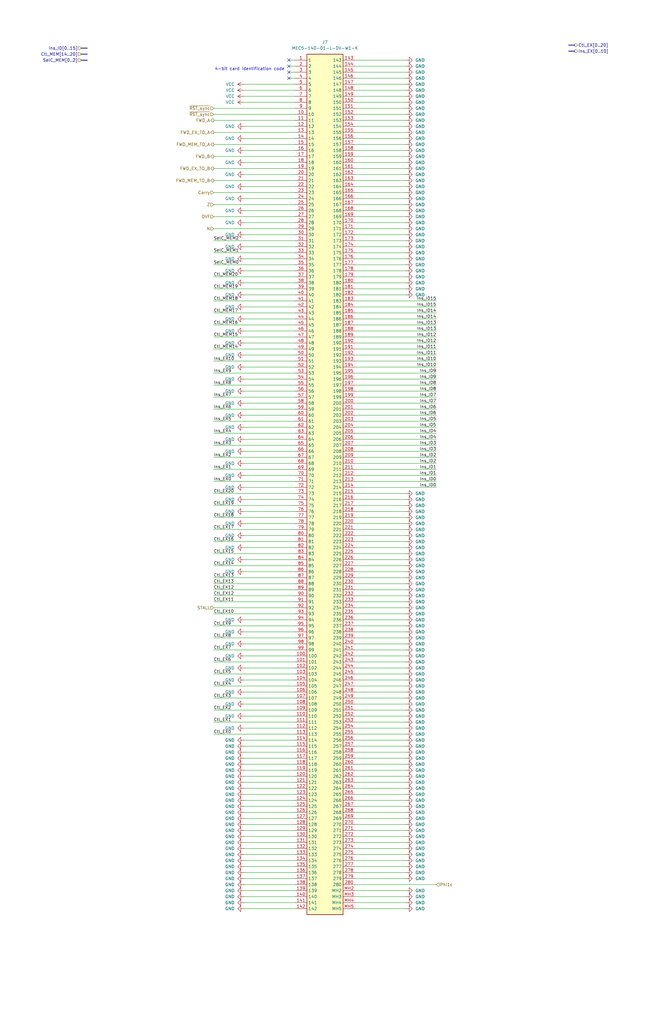
<source format=kicad_sch>
(kicad_sch (version 20250114) (generator "eeschema") (generator_version "9.0")
  (paper "USLedger" portrait)
  (title_block (date "2025-07-11") (rev "A"))
  (text "4-bit card identification code" (at 120.142 29.21 0) (effects (font (size 1.27 1.27)) (justify right)))
  (no_connect (at 121.92 30.48))
  (no_connect (at 121.92 27.94))
  (no_connect (at 121.92 33.02))
  (no_connect (at 121.92 25.4))
  (wire (pts (xy 102.87 170.18) (xy 124.46 170.18)))
  (wire (pts (xy 171.45 274.32) (xy 149.86 274.32)))
  (wire (pts (xy 171.45 119.38) (xy 149.86 119.38)))
  (wire (pts (xy 171.45 43.18) (xy 149.86 43.18)))
  (bus (pts (xy 34.29 20.32) (xy 36.83 20.32)))
  (wire (pts (xy 102.87 185.42) (xy 124.46 185.42)))
  (wire (pts (xy 102.87 347.98) (xy 124.46 347.98)))
  (wire (pts (xy 171.45 358.14) (xy 149.86 358.14)))
  (wire (pts (xy 171.45 347.98) (xy 149.86 347.98)))
  (wire (pts (xy 102.87 63.5) (xy 124.46 63.5)))
  (bus (pts (xy 34.29 22.86) (xy 36.83 22.86)))
  (wire (pts (xy 171.45 345.44) (xy 149.86 345.44)))
  (wire (pts (xy 102.87 370.84) (xy 124.46 370.84)))
  (wire (pts (xy 171.45 261.62) (xy 149.86 261.62)))
  (wire (pts (xy 171.45 25.4) (xy 149.86 25.4)))
  (wire (pts (xy 184.15 129.54) (xy 149.86 129.54)))
  (wire (pts (xy 102.87 378.46) (xy 124.46 378.46)))
  (wire (pts (xy 184.15 134.62) (xy 149.86 134.62)))
  (wire (pts (xy 102.87 337.82) (xy 124.46 337.82)))
  (wire (pts (xy 90.17 289.56) (xy 124.46 289.56)))
  (wire (pts (xy 90.17 177.8) (xy 124.46 177.8)))
  (wire (pts (xy 171.45 121.92) (xy 149.86 121.92)))
  (wire (pts (xy 184.15 190.5) (xy 149.86 190.5)))
  (wire (pts (xy 184.15 139.7) (xy 149.86 139.7)))
  (wire (pts (xy 171.45 355.6) (xy 149.86 355.6)))
  (wire (pts (xy 102.87 317.5) (xy 124.46 317.5)))
  (wire (pts (xy 102.87 342.9) (xy 124.46 342.9)))
  (wire (pts (xy 171.45 210.82) (xy 149.86 210.82)))
  (wire (pts (xy 171.45 312.42) (xy 149.86 312.42)))
  (wire (pts (xy 102.87 368.3) (xy 124.46 368.3)))
  (wire (pts (xy 90.17 162.56) (xy 124.46 162.56)))
  (wire (pts (xy 102.87 381) (xy 124.46 381)))
  (wire (pts (xy 90.17 106.68) (xy 124.46 106.68)))
  (wire (pts (xy 102.87 53.34) (xy 124.46 53.34)))
  (wire (pts (xy 184.15 200.66) (xy 149.86 200.66)))
  (wire (pts (xy 184.15 172.72) (xy 149.86 172.72)))
  (wire (pts (xy 102.87 134.62) (xy 124.46 134.62)))
  (wire (pts (xy 102.87 307.34) (xy 124.46 307.34)))
  (wire (pts (xy 171.45 48.26) (xy 149.86 48.26)))
  (wire (pts (xy 102.87 383.54) (xy 124.46 383.54)))
  (wire (pts (xy 90.17 55.88) (xy 124.46 55.88)))
  (wire (pts (xy 171.45 381) (xy 149.86 381)))
  (wire (pts (xy 184.15 195.58) (xy 149.86 195.58)))
  (wire (pts (xy 184.15 198.12) (xy 149.86 198.12)))
  (wire (pts (xy 90.17 254) (xy 124.46 254)))
  (wire (pts (xy 102.87 144.78) (xy 124.46 144.78)))
  (wire (pts (xy 171.45 307.34) (xy 149.86 307.34)))
  (wire (pts (xy 171.45 325.12) (xy 149.86 325.12)))
  (bus (pts (xy 34.29 25.4) (xy 36.83 25.4)))
  (wire (pts (xy 184.15 165.1) (xy 149.86 165.1)))
  (wire (pts (xy 90.17 60.96) (xy 124.46 60.96)))
  (wire (pts (xy 171.45 213.36) (xy 149.86 213.36)))
  (wire (pts (xy 171.45 350.52) (xy 149.86 350.52)))
  (wire (pts (xy 102.87 322.58) (xy 124.46 322.58)))
  (wire (pts (xy 102.87 302.26) (xy 124.46 302.26)))
  (wire (pts (xy 102.87 43.18) (xy 124.46 43.18)))
  (wire (pts (xy 184.15 177.8) (xy 149.86 177.8)))
  (wire (pts (xy 90.17 81.28) (xy 124.46 81.28)))
  (wire (pts (xy 171.45 76.2) (xy 149.86 76.2)))
  (wire (pts (xy 171.45 208.28) (xy 149.86 208.28)))
  (wire (pts (xy 90.17 66.04) (xy 124.46 66.04)))
  (wire (pts (xy 90.17 251.46) (xy 124.46 251.46)))
  (wire (pts (xy 90.17 182.88) (xy 124.46 182.88)))
  (wire (pts (xy 102.87 124.46) (xy 124.46 124.46)))
  (wire (pts (xy 102.87 281.94) (xy 124.46 281.94)))
  (wire (pts (xy 102.87 375.92) (xy 124.46 375.92)))
  (wire (pts (xy 171.45 370.84) (xy 149.86 370.84)))
  (wire (pts (xy 171.45 320.04) (xy 149.86 320.04)))
  (wire (pts (xy 171.45 256.54) (xy 149.86 256.54)))
  (wire (pts (xy 90.17 269.24) (xy 124.46 269.24)))
  (wire (pts (xy 171.45 215.9) (xy 149.86 215.9)))
  (wire (pts (xy 102.87 312.42) (xy 124.46 312.42)))
  (wire (pts (xy 171.45 83.82) (xy 149.86 83.82)))
  (wire (pts (xy 184.15 182.88) (xy 149.86 182.88)))
  (wire (pts (xy 102.87 195.58) (xy 124.46 195.58)))
  (wire (pts (xy 121.92 30.48) (xy 124.46 30.48)))
  (wire (pts (xy 102.87 175.26) (xy 124.46 175.26)))
  (wire (pts (xy 102.87 327.66) (xy 124.46 327.66)))
  (wire (pts (xy 90.17 172.72) (xy 124.46 172.72)))
  (wire (pts (xy 171.45 243.84) (xy 149.86 243.84)))
  (wire (pts (xy 184.15 167.64) (xy 149.86 167.64)))
  (wire (pts (xy 171.45 35.56) (xy 149.86 35.56)))
  (wire (pts (xy 102.87 129.54) (xy 124.46 129.54)))
  (wire (pts (xy 102.87 68.58) (xy 124.46 68.58)))
  (wire (pts (xy 102.87 149.86) (xy 124.46 149.86)))
  (wire (pts (xy 102.87 99.06) (xy 124.46 99.06)))
  (wire (pts (xy 102.87 365.76) (xy 124.46 365.76)))
  (wire (pts (xy 121.92 25.4) (xy 124.46 25.4)))
  (wire (pts (xy 171.45 88.9) (xy 149.86 88.9)))
  (wire (pts (xy 184.15 147.32) (xy 149.86 147.32)))
  (wire (pts (xy 171.45 45.72) (xy 149.86 45.72)))
  (wire (pts (xy 171.45 317.5) (xy 149.86 317.5)))
  (wire (pts (xy 184.15 187.96) (xy 149.86 187.96)))
  (wire (pts (xy 90.17 96.52) (xy 124.46 96.52)))
  (wire (pts (xy 171.45 228.6) (xy 149.86 228.6)))
  (wire (pts (xy 171.45 251.46) (xy 149.86 251.46)))
  (wire (pts (xy 171.45 287.02) (xy 149.86 287.02)))
  (wire (pts (xy 171.45 335.28) (xy 149.86 335.28)))
  (wire (pts (xy 102.87 165.1) (xy 124.46 165.1)))
  (wire (pts (xy 184.15 144.78) (xy 149.86 144.78)))
  (wire (pts (xy 171.45 375.92) (xy 149.86 375.92)))
  (wire (pts (xy 184.15 157.48) (xy 149.86 157.48)))
  (wire (pts (xy 90.17 243.84) (xy 124.46 243.84)))
  (wire (pts (xy 102.87 200.66) (xy 124.46 200.66)))
  (wire (pts (xy 184.15 185.42) (xy 149.86 185.42)))
  (wire (pts (xy 102.87 360.68) (xy 124.46 360.68)))
  (wire (pts (xy 102.87 350.52) (xy 124.46 350.52)))
  (wire (pts (xy 171.45 58.42) (xy 149.86 58.42)))
  (wire (pts (xy 171.45 38.1) (xy 149.86 38.1)))
  (wire (pts (xy 90.17 86.36) (xy 124.46 86.36)))
  (wire (pts (xy 102.87 363.22) (xy 124.46 363.22)))
  (wire (pts (xy 102.87 38.1) (xy 124.46 38.1)))
  (wire (pts (xy 121.92 27.94) (xy 124.46 27.94)))
  (wire (pts (xy 102.87 340.36) (xy 124.46 340.36)))
  (wire (pts (xy 171.45 99.06) (xy 149.86 99.06)))
  (bus (pts (xy 242.57 21.59) (xy 240.03 21.59)))
  (wire (pts (xy 102.87 109.22) (xy 124.46 109.22)))
  (wire (pts (xy 90.17 91.44) (xy 124.46 91.44)))
  (wire (pts (xy 171.45 241.3) (xy 149.86 241.3)))
  (wire (pts (xy 102.87 139.7) (xy 124.46 139.7)))
  (wire (pts (xy 90.17 137.16) (xy 124.46 137.16)))
  (wire (pts (xy 102.87 226.06) (xy 124.46 226.06)))
  (wire (pts (xy 171.45 106.68) (xy 149.86 106.68)))
  (wire (pts (xy 90.17 187.96) (xy 124.46 187.96)))
  (wire (pts (xy 102.87 88.9) (xy 124.46 88.9)))
  (wire (pts (xy 184.15 170.18) (xy 149.86 170.18)))
  (wire (pts (xy 90.17 233.68) (xy 124.46 233.68)))
  (wire (pts (xy 102.87 335.28) (xy 124.46 335.28)))
  (wire (pts (xy 184.15 127) (xy 149.86 127)))
  (wire (pts (xy 90.17 167.64) (xy 124.46 167.64)))
  (wire (pts (xy 90.17 152.4) (xy 124.46 152.4)))
  (wire (pts (xy 171.45 233.68) (xy 149.86 233.68)))
  (wire (pts (xy 171.45 66.04) (xy 149.86 66.04)))
  (wire (pts (xy 102.87 78.74) (xy 124.46 78.74)))
  (wire (pts (xy 171.45 81.28) (xy 149.86 81.28)))
  (wire (pts (xy 171.45 353.06) (xy 149.86 353.06)))
  (wire (pts (xy 171.45 60.96) (xy 149.86 60.96)))
  (wire (pts (xy 102.87 58.42) (xy 124.46 58.42)))
  (wire (pts (xy 171.45 302.26) (xy 149.86 302.26)))
  (wire (pts (xy 171.45 109.22) (xy 149.86 109.22)))
  (wire (pts (xy 171.45 40.64) (xy 149.86 40.64)))
  (wire (pts (xy 171.45 124.46) (xy 149.86 124.46)))
  (wire (pts (xy 90.17 121.92) (xy 124.46 121.92)))
  (wire (pts (xy 171.45 279.4) (xy 149.86 279.4)))
  (wire (pts (xy 171.45 218.44) (xy 149.86 218.44)))
  (wire (pts (xy 102.87 261.62) (xy 124.46 261.62)))
  (wire (pts (xy 171.45 50.8) (xy 149.86 50.8)))
  (wire (pts (xy 171.45 63.5) (xy 149.86 63.5)))
  (wire (pts (xy 171.45 55.88) (xy 149.86 55.88)))
  (wire (pts (xy 171.45 337.82) (xy 149.86 337.82)))
  (wire (pts (xy 102.87 355.6) (xy 124.46 355.6)))
  (wire (pts (xy 171.45 292.1) (xy 149.86 292.1)))
  (wire (pts (xy 90.17 157.48) (xy 124.46 157.48)))
  (wire (pts (xy 90.17 218.44) (xy 124.46 218.44)))
  (wire (pts (xy 171.45 332.74) (xy 149.86 332.74)))
  (wire (pts (xy 171.45 378.46) (xy 149.86 378.46)))
  (wire (pts (xy 90.17 132.08) (xy 124.46 132.08)))
  (wire (pts (xy 90.17 76.2) (xy 124.46 76.2)))
  (wire (pts (xy 90.17 259.08) (xy 124.46 259.08)))
  (wire (pts (xy 90.17 127) (xy 124.46 127)))
  (wire (pts (xy 90.17 71.12) (xy 124.46 71.12)))
  (wire (pts (xy 171.45 342.9) (xy 149.86 342.9)))
  (wire (pts (xy 171.45 330.2) (xy 149.86 330.2)))
  (wire (pts (xy 171.45 294.64) (xy 149.86 294.64)))
  (wire (pts (xy 90.17 299.72) (xy 124.46 299.72)))
  (wire (pts (xy 90.17 142.24) (xy 124.46 142.24)))
  (wire (pts (xy 171.45 266.7) (xy 149.86 266.7)))
  (wire (pts (xy 102.87 358.14) (xy 124.46 358.14)))
  (wire (pts (xy 90.17 256.54) (xy 124.46 256.54)))
  (wire (pts (xy 171.45 86.36) (xy 149.86 86.36)))
  (wire (pts (xy 171.45 248.92) (xy 149.86 248.92)))
  (wire (pts (xy 90.17 116.84) (xy 124.46 116.84)))
  (wire (pts (xy 102.87 35.56) (xy 124.46 35.56)))
  (wire (pts (xy 171.45 53.34) (xy 149.86 53.34)))
  (wire (pts (xy 171.45 71.12) (xy 149.86 71.12)))
  (wire (pts (xy 184.15 203.2) (xy 149.86 203.2)))
  (wire (pts (xy 171.45 104.14) (xy 149.86 104.14)))
  (wire (pts (xy 102.87 93.98) (xy 124.46 93.98)))
  (wire (pts (xy 90.17 193.04) (xy 124.46 193.04)))
  (wire (pts (xy 184.15 137.16) (xy 149.86 137.16)))
  (wire (pts (xy 90.17 208.28) (xy 124.46 208.28)))
  (wire (pts (xy 102.87 205.74) (xy 124.46 205.74)))
  (wire (pts (xy 90.17 238.76) (xy 124.46 238.76)))
  (wire (pts (xy 171.45 360.68) (xy 149.86 360.68)))
  (wire (pts (xy 90.17 294.64) (xy 124.46 294.64)))
  (wire (pts (xy 90.17 101.6) (xy 124.46 101.6)))
  (wire (pts (xy 90.17 274.32) (xy 124.46 274.32)))
  (wire (pts (xy 102.87 276.86) (xy 124.46 276.86)))
  (wire (pts (xy 102.87 83.82) (xy 124.46 83.82)))
  (wire (pts (xy 171.45 289.56) (xy 149.86 289.56)))
  (wire (pts (xy 171.45 314.96) (xy 149.86 314.96)))
  (wire (pts (xy 102.87 266.7) (xy 124.46 266.7)))
  (wire (pts (xy 102.87 73.66) (xy 124.46 73.66)))
  (wire (pts (xy 171.45 259.08) (xy 149.86 259.08)))
  (wire (pts (xy 184.15 175.26) (xy 149.86 175.26)))
  (wire (pts (xy 102.87 287.02) (xy 124.46 287.02)))
  (wire (pts (xy 184.15 160.02) (xy 149.86 160.02)))
  (wire (pts (xy 90.17 45.72) (xy 124.46 45.72)))
  (wire (pts (xy 171.45 236.22) (xy 149.86 236.22)))
  (wire (pts (xy 171.45 322.58) (xy 149.86 322.58)))
  (wire (pts (xy 171.45 284.48) (xy 149.86 284.48)))
  (wire (pts (xy 102.87 154.94) (xy 124.46 154.94)))
  (wire (pts (xy 171.45 78.74) (xy 149.86 78.74)))
  (wire (pts (xy 171.45 340.36) (xy 149.86 340.36)))
  (wire (pts (xy 102.87 325.12) (xy 124.46 325.12)))
  (wire (pts (xy 171.45 276.86) (xy 149.86 276.86)))
  (wire (pts (xy 102.87 210.82) (xy 124.46 210.82)))
  (wire (pts (xy 102.87 314.96) (xy 124.46 314.96)))
  (wire (pts (xy 102.87 241.3) (xy 124.46 241.3)))
  (wire (pts (xy 102.87 190.5) (xy 124.46 190.5)))
  (wire (pts (xy 171.45 68.58) (xy 149.86 68.58)))
  (wire (pts (xy 171.45 383.54) (xy 149.86 383.54)))
  (wire (pts (xy 102.87 236.22) (xy 124.46 236.22)))
  (wire (pts (xy 171.45 33.02) (xy 149.86 33.02)))
  (wire (pts (xy 102.87 180.34) (xy 124.46 180.34)))
  (wire (pts (xy 90.17 48.26) (xy 124.46 48.26)))
  (wire (pts (xy 171.45 91.44) (xy 149.86 91.44)))
  (wire (pts (xy 184.15 149.86) (xy 149.86 149.86)))
  (wire (pts (xy 90.17 111.76) (xy 124.46 111.76)))
  (wire (pts (xy 184.15 373.38) (xy 149.86 373.38)))
  (wire (pts (xy 102.87 104.14) (xy 124.46 104.14)))
  (wire (pts (xy 102.87 271.78) (xy 124.46 271.78)))
  (wire (pts (xy 90.17 279.4) (xy 124.46 279.4)))
  (wire (pts (xy 171.45 327.66) (xy 149.86 327.66)))
  (wire (pts (xy 184.15 205.74) (xy 149.86 205.74)))
  (wire (pts (xy 90.17 228.6) (xy 124.46 228.6)))
  (wire (pts (xy 184.15 132.08) (xy 149.86 132.08)))
  (wire (pts (xy 90.17 203.2) (xy 124.46 203.2)))
  (wire (pts (xy 171.45 254) (xy 149.86 254)))
  (wire (pts (xy 184.15 162.56) (xy 149.86 162.56)))
  (wire (pts (xy 171.45 73.66) (xy 149.86 73.66)))
  (wire (pts (xy 171.45 220.98) (xy 149.86 220.98)))
  (wire (pts (xy 171.45 271.78) (xy 149.86 271.78)))
  (wire (pts (xy 102.87 320.04) (xy 124.46 320.04)))
  (wire (pts (xy 171.45 101.6) (xy 149.86 101.6)))
  (wire (pts (xy 171.45 281.94) (xy 149.86 281.94)))
  (wire (pts (xy 171.45 238.76) (xy 149.86 238.76)))
  (wire (pts (xy 90.17 213.36) (xy 124.46 213.36)))
  (wire (pts (xy 184.15 142.24) (xy 149.86 142.24)))
  (wire (pts (xy 184.15 193.04) (xy 149.86 193.04)))
  (wire (pts (xy 90.17 309.88) (xy 124.46 309.88)))
  (wire (pts (xy 102.87 330.2) (xy 124.46 330.2)))
  (wire (pts (xy 171.45 368.3) (xy 149.86 368.3)))
  (wire (pts (xy 184.15 180.34) (xy 149.86 180.34)))
  (wire (pts (xy 102.87 40.64) (xy 124.46 40.64)))
  (wire (pts (xy 90.17 248.92) (xy 124.46 248.92)))
  (wire (pts (xy 90.17 304.8) (xy 124.46 304.8)))
  (wire (pts (xy 171.45 30.48) (xy 149.86 30.48)))
  (wire (pts (xy 102.87 345.44) (xy 124.46 345.44)))
  (wire (pts (xy 171.45 223.52) (xy 149.86 223.52)))
  (wire (pts (xy 171.45 114.3) (xy 149.86 114.3)))
  (wire (pts (xy 102.87 373.38) (xy 124.46 373.38)))
  (wire (pts (xy 102.87 114.3) (xy 124.46 114.3)))
  (wire (pts (xy 102.87 220.98) (xy 124.46 220.98)))
  (wire (pts (xy 90.17 246.38) (xy 124.46 246.38)))
  (wire (pts (xy 102.87 332.74) (xy 124.46 332.74)))
  (wire (pts (xy 171.45 309.88) (xy 149.86 309.88)))
  (wire (pts (xy 171.45 264.16) (xy 149.86 264.16)))
  (wire (pts (xy 90.17 264.16) (xy 124.46 264.16)))
  (wire (pts (xy 102.87 215.9) (xy 124.46 215.9)))
  (wire (pts (xy 184.15 152.4) (xy 149.86 152.4)))
  (wire (pts (xy 90.17 284.48) (xy 124.46 284.48)))
  (wire (pts (xy 171.45 365.76) (xy 149.86 365.76)))
  (wire (pts (xy 171.45 93.98) (xy 149.86 93.98)))
  (wire (pts (xy 102.87 231.14) (xy 124.46 231.14)))
  (wire (pts (xy 171.45 297.18) (xy 149.86 297.18)))
  (wire (pts (xy 171.45 304.8) (xy 149.86 304.8)))
  (wire (pts (xy 102.87 297.18) (xy 124.46 297.18)))
  (wire (pts (xy 102.87 292.1) (xy 124.46 292.1)))
  (wire (pts (xy 102.87 160.02) (xy 124.46 160.02)))
  (wire (pts (xy 171.45 96.52) (xy 149.86 96.52)))
  (wire (pts (xy 171.45 299.72) (xy 149.86 299.72)))
  (wire (pts (xy 171.45 246.38) (xy 149.86 246.38)))
  (wire (pts (xy 171.45 27.94) (xy 149.86 27.94)))
  (wire (pts (xy 90.17 198.12) (xy 124.46 198.12)))
  (wire (pts (xy 171.45 116.84) (xy 149.86 116.84)))
  (wire (pts (xy 90.17 50.8) (xy 124.46 50.8)))
  (wire (pts (xy 184.15 154.94) (xy 149.86 154.94)))
  (wire (pts (xy 171.45 231.14) (xy 149.86 231.14)))
  (wire (pts (xy 171.45 226.06) (xy 149.86 226.06)))
  (wire (pts (xy 171.45 111.76) (xy 149.86 111.76)))
  (wire (pts (xy 121.92 33.02) (xy 124.46 33.02)))
  (wire (pts (xy 102.87 119.38) (xy 124.46 119.38)))
  (bus (pts (xy 242.57 19.05) (xy 240.03 19.05)))
  (wire (pts (xy 90.17 223.52) (xy 124.46 223.52)))
  (wire (pts (xy 171.45 269.24) (xy 149.86 269.24)))
  (wire (pts (xy 171.45 363.22) (xy 149.86 363.22)))
  (wire (pts (xy 90.17 147.32) (xy 124.46 147.32)))
  (wire (pts (xy 102.87 353.06) (xy 124.46 353.06)))
  (label "Ins_EX6" (at 90.17 172.72 0))
  (label "Ins_ID1" (at 184.15 200.66 180))
  (label "Ins_ID6" (at 184.15 175.26 180))
  (label "Ctl_EX6" (at 90.17 279.4 0))
  (label "Ins_EX0" (at 90.17 203.2 0))
  (label "Ins_ID10" (at 184.15 152.4 180))
  (label "SelC_MEM1" (at 90.17 106.68 0))
  (label "Ins_ID2" (at 184.15 195.58 180))
  (label "Ctl_EX11" (at 90.17 254 0))
  (label "Ins_EX1" (at 90.17 198.12 0))
  (label "Ctl_EX12" (at 90.17 248.92 0))
  (label "Ins_ID14" (at 184.15 134.62 180))
  (label "Ins_EX8" (at 90.17 162.56 0))
  (label "Ctl_EX2" (at 90.17 299.72 0))
  (label "Ctl_EX5" (at 90.17 284.48 0))
  (label "Ins_ID0" (at 184.15 205.74 180))
  (label "Ins_ID0" (at 184.15 203.2 180))
  (label "Ctl_MEM18" (at 90.17 127 0))
  (label "SelC_MEM0" (at 90.17 111.76 0))
  (label "Ctl_EX18" (at 90.17 218.44 0))
  (label "Ctl_MEM17" (at 90.17 132.08 0))
  (label "SelC_MEM2" (at 90.17 101.6 0))
  (label "Ins_EX5" (at 90.17 177.8 0))
  (label "Ins_ID9" (at 184.15 160.02 180))
  (label "Ctl_MEM14" (at 90.17 147.32 0))
  (label "Ctl_EX17" (at 90.17 223.52 0))
  (label "Ins_ID3" (at 184.15 187.96 180))
  (label "Ins_ID15" (at 184.15 127 180))
  (label "Ctl_EX8" (at 90.17 269.24 0))
  (label "Ctl_EX9" (at 90.17 264.16 0))
  (label "Ins_ID11" (at 184.15 149.86 180))
  (label "Ins_EX2" (at 90.17 193.04 0))
  (label "Ctl_EX1" (at 90.17 304.8 0))
  (label "Ins_ID12" (at 184.15 142.24 180))
  (label "Ctl_MEM16" (at 90.17 137.16 0))
  (label "Ctl_EX7" (at 90.17 274.32 0))
  (label "Ctl_EX20" (at 90.17 208.28 0))
  (label "Ctl_EX12" (at 90.17 251.46 0))
  (label "Ins_ID2" (at 184.15 193.04 180))
  (label "Ctl_EX14" (at 90.17 238.76 0))
  (label "Ins_ID13" (at 184.15 137.16 180))
  (label "Ctl_MEM19" (at 90.17 121.92 0))
  (label "Ins_ID4" (at 184.15 185.42 180))
  (label "Ctl_EX15" (at 90.17 233.68 0))
  (label "Ctl_EX3" (at 90.17 294.64 0))
  (label "Ins_ID8" (at 184.15 165.1 180))
  (label "Ins_EX9" (at 90.17 157.48 0))
  (label "Ctl_EX13" (at 90.17 243.84 0))
  (label "Ins_ID7" (at 184.15 167.64 180))
  (label "Ins_ID5" (at 184.15 180.34 180))
  (label "Ins_ID9" (at 184.15 157.48 180))
  (label "Ins_ID14" (at 184.15 132.08 180))
  (label "Ctl_EX13" (at 90.17 246.38 0))
  (label "Ctl_EX10" (at 90.17 259.08 0))
  (label "Ins_ID10" (at 184.15 154.94 180))
  (label "Ins_EX4" (at 90.17 182.88 0))
  (label "Ctl_EX16" (at 90.17 228.6 0))
  (label "Ins_ID15" (at 184.15 129.54 180))
  (label "Ins_EX3" (at 90.17 187.96 0))
  (label "Ctl_MEM15" (at 90.17 142.24 0))
  (label "Ins_EX10" (at 90.17 152.4 0))
  (label "Ins_ID13" (at 184.15 139.7 180))
  (label "Ins_ID3" (at 184.15 190.5 180))
  (label "Ctl_EX0" (at 90.17 309.88 0))
  (label "Ctl_EX4" (at 90.17 289.56 0))
  (label "Ins_ID5" (at 184.15 177.8 180))
  (label "Ctl_MEM20" (at 90.17 116.84 0))
  (label "Ins_ID8" (at 184.15 162.56 180))
  (label "Ins_ID6" (at 184.15 172.72 180))
  (label "Ins_ID4" (at 184.15 182.88 180))
  (label "Ctl_EX19" (at 90.17 213.36 0))
  (label "Ins_ID12" (at 184.15 144.78 180))
  (label "Ins_ID7" (at 184.15 170.18 180))
  (label "Ins_EX7" (at 90.17 167.64 0))
  (label "Ins_ID11" (at 184.15 147.32 180))
  (label "Ins_ID1" (at 184.15 198.12 180))
  (hierarchical_label "Ctl_EX[0..20]" (shape output) (at 242.57 19.05 0))
  (hierarchical_label "N" (shape input) (at 90.17 96.52 180))
  (hierarchical_label "Ins_ID[0..15]" (shape input) (at 34.29 20.32 180))
  (hierarchical_label "FWD_A" (shape output) (at 90.17 50.8 180))
  (hierarchical_label "OVF" (shape input) (at 90.17 91.44 180))
  (hierarchical_label "Ins_EX[0..10]" (shape output) (at 242.57 21.59 0))
  (hierarchical_label "FWD_EX_TO_B" (shape output) (at 90.17 71.12 180))
  (hierarchical_label "SelC_MEM[0..2]" (shape input) (at 34.29 25.4 180))
  (hierarchical_label "FWD_MEM_TO_B" (shape output) (at 90.17 76.2 180))
  (hierarchical_label "~{RST_sync}" (shape input) (at 90.17 48.26 180))
  (hierarchical_label "Z" (shape input) (at 90.17 86.36 180))
  (hierarchical_label "Carry" (shape input) (at 90.17 81.28 180))
  (hierarchical_label "FWD_EX_TO_A" (shape output) (at 90.17 55.88 180))
  (hierarchical_label "STALL" (shape input) (at 90.17 256.54 180))
  (hierarchical_label "Ctl_MEM[14..20]" (shape input) (at 34.29 22.86 180))
  (hierarchical_label "FWD_MEM_TO_A" (shape output) (at 90.17 60.96 180))
  (hierarchical_label "FWD_B" (shape output) (at 90.17 66.04 180))
  (hierarchical_label "Phi1c" (shape input) (at 184.15 373.38 0))
  (hierarchical_label "~{RST_sync}" (shape input) (at 90.17 45.72 180))
  (symbol (lib_id "power:GND") (at 171.45 86.36 90) (mirror x) (unit 1)
    (property "Reference" "#PWR0848" (effects (hide yes)))
    (property "Value" "GND" (at 175.26 86.3599 90) (effects (justify right)))
    (property "Description" "Power symbol creates a global label with name \"GND\" , ground" (effects (hide yes)))
  )
  (symbol (lib_id "power:GND") (at 171.45 99.06 90) (mirror x) (unit 1)
    (property "Reference" "#PWR0853" (effects (hide yes)))
    (property "Value" "GND" (at 175.26 99.0599 90) (effects (justify right)))
    (property "Description" "Power symbol creates a global label with name \"GND\" , ground" (effects (hide yes)))
  )
  (symbol (lib_id "power:GND") (at 171.45 27.94 90) (mirror x) (unit 1)
    (property "Reference" "#PWR0832" (effects (hide yes)))
    (property "Value" "GND" (at 175.26 27.9399 90) (effects (justify right)))
    (property "Description" "Power symbol creates a global label with name \"GND\" , ground" (effects (hide yes)))
  )
  (symbol (lib_id "power:GND") (at 102.87 195.58 270) (unit 1)
    (property "Reference" "#PWR0771" (effects (hide yes)))
    (property "Value" "GND" (at 99.06 195.5799 90) (effects (justify right)))
    (property "Description" "Power symbol creates a global label with name \"GND\" , ground" (effects (hide yes)))
  )
  (symbol (lib_id "power:GND") (at 171.45 246.38 90) (mirror x) (unit 1)
    (property "Reference" "#PWR0879" (effects (hide yes)))
    (property "Value" "GND" (at 175.26 246.3799 90) (effects (justify right)))
    (property "Description" "Power symbol creates a global label with name \"GND\" , ground" (effects (hide yes)))
  )
  (symbol (lib_id "power:GND") (at 171.45 96.52 90) (mirror x) (unit 1)
    (property "Reference" "#PWR0852" (effects (hide yes)))
    (property "Value" "GND" (at 175.26 96.5199 90) (effects (justify right)))
    (property "Description" "Power symbol creates a global label with name \"GND\" , ground" (effects (hide yes)))
  )
  (symbol (lib_id "power:GND") (at 171.45 256.54 90) (mirror x) (unit 1)
    (property "Reference" "#PWR0883" (effects (hide yes)))
    (property "Value" "GND" (at 175.26 256.5399 90) (effects (justify right)))
    (property "Description" "Power symbol creates a global label with name \"GND\" , ground" (effects (hide yes)))
  )
  (symbol (lib_id "power:GND") (at 102.87 129.54 270) (unit 1)
    (property "Reference" "#PWR0758" (effects (hide yes)))
    (property "Value" "GND" (at 99.06 129.5399 90) (effects (justify right)))
    (property "Description" "Power symbol creates a global label with name \"GND\" , ground" (effects (hide yes)))
  )
  (symbol (lib_id "power:GND") (at 102.87 175.26 270) (unit 1)
    (property "Reference" "#PWR0767" (effects (hide yes)))
    (property "Value" "GND" (at 99.06 175.2599 90) (effects (justify right)))
    (property "Description" "Power symbol creates a global label with name \"GND\" , ground" (effects (hide yes)))
  )
  (symbol (lib_id "power:GND") (at 171.45 78.74 90) (mirror x) (unit 1)
    (property "Reference" "#PWR0845" (effects (hide yes)))
    (property "Value" "GND" (at 175.26 78.7399 90) (effects (justify right)))
    (property "Description" "Power symbol creates a global label with name \"GND\" , ground" (effects (hide yes)))
  )
  (symbol (lib_id "power:GND") (at 171.45 104.14 90) (mirror x) (unit 1)
    (property "Reference" "#PWR0855" (effects (hide yes)))
    (property "Value" "GND" (at 175.26 104.1399 90) (effects (justify right)))
    (property "Description" "Power symbol creates a global label with name \"GND\" , ground" (effects (hide yes)))
  )
  (symbol (lib_id "power:GND") (at 171.45 111.76 90) (mirror x) (unit 1)
    (property "Reference" "#PWR0866" (effects (hide yes)))
    (property "Value" "GND" (at 175.26 111.7599 90) (effects (justify right)))
    (property "Description" "Power symbol creates a global label with name \"GND\" , ground" (effects (hide yes)))
  )
  (symbol (lib_id "power:GND") (at 171.45 124.46 90) (mirror x) (unit 1)
    (property "Reference" "#PWR0871" (effects (hide yes)))
    (property "Value" "GND" (at 175.26 124.4599 90) (effects (justify right)))
    (property "Description" "Power symbol creates a global label with name \"GND\" , ground" (effects (hide yes)))
  )
  (symbol (lib_id "power:GND") (at 171.45 378.46 90) (mirror x) (unit 1)
    (property "Reference" "#PWR01105" (effects (hide yes)))
    (property "Value" "GND" (at 175.26 378.4599 90) (effects (justify right)))
    (property "Description" "Power symbol creates a global label with name \"GND\" , ground" (effects (hide yes)))
  )
  (symbol (lib_id "power:GND") (at 102.87 287.02 270) (unit 1)
    (property "Reference" "#PWR0780" (effects (hide yes)))
    (property "Value" "GND" (at 99.06 287.0199 90) (effects (justify right)))
    (property "Description" "Power symbol creates a global label with name \"GND\" , ground" (effects (hide yes)))
  )
  (symbol (lib_id "power:GND") (at 102.87 360.68 270) (unit 1)
    (property "Reference" "#PWR0820" (effects (hide yes)))
    (property "Value" "GND" (at 99.06 360.6799 90) (effects (justify right)))
    (property "Description" "Power symbol creates a global label with name \"GND\" , ground" (effects (hide yes)))
  )
  (symbol (lib_id "power:GND") (at 171.45 355.6 90) (mirror x) (unit 1)
    (property "Reference" "#PWR0929" (effects (hide yes)))
    (property "Value" "GND" (at 175.26 355.5999 90) (effects (justify right)))
    (property "Description" "Power symbol creates a global label with name \"GND\" , ground" (effects (hide yes)))
  )
  (symbol (lib_id "power:GND") (at 171.45 309.88 90) (mirror x) (unit 1)
    (property "Reference" "#PWR0904" (effects (hide yes)))
    (property "Value" "GND" (at 175.26 309.8799 90) (effects (justify right)))
    (property "Description" "Power symbol creates a global label with name \"GND\" , ground" (effects (hide yes)))
  )
  (symbol (lib_id "power:GND") (at 102.87 200.66 270) (unit 1)
    (property "Reference" "#PWR0772" (effects (hide yes)))
    (property "Value" "GND" (at 99.06 200.6599 90) (effects (justify right)))
    (property "Description" "Power symbol creates a global label with name \"GND\" , ground" (effects (hide yes)))
  )
  (symbol (lib_id "power:GND") (at 171.45 287.02 90) (mirror x) (unit 1)
    (property "Reference" "#PWR0895" (effects (hide yes)))
    (property "Value" "GND" (at 175.26 287.0199 90) (effects (justify right)))
    (property "Description" "Power symbol creates a global label with name \"GND\" , ground" (effects (hide yes)))
  )
  (symbol (lib_id "power:GND") (at 171.45 106.68 90) (mirror x) (unit 1)
    (property "Reference" "#PWR0864" (effects (hide yes)))
    (property "Value" "GND" (at 175.26 106.6799 90) (effects (justify right)))
    (property "Description" "Power symbol creates a global label with name \"GND\" , ground" (effects (hide yes)))
  )
  (symbol (lib_id "power:GND") (at 102.87 292.1 270) (unit 1)
    (property "Reference" "#PWR0781" (effects (hide yes)))
    (property "Value" "GND" (at 99.06 292.0999 90) (effects (justify right)))
    (property "Description" "Power symbol creates a global label with name \"GND\" , ground" (effects (hide yes)))
  )
  (symbol (lib_id "power:GND") (at 102.87 160.02 270) (unit 1)
    (property "Reference" "#PWR0764" (effects (hide yes)))
    (property "Value" "GND" (at 99.06 160.0199 90) (effects (justify right)))
    (property "Description" "Power symbol creates a global label with name \"GND\" , ground" (effects (hide yes)))
  )
  (symbol (lib_id "power:GND") (at 171.45 350.52 90) (mirror x) (unit 1)
    (property "Reference" "#PWR0927" (effects (hide yes)))
    (property "Value" "GND" (at 175.26 350.5199 90) (effects (justify right)))
    (property "Description" "Power symbol creates a global label with name \"GND\" , ground" (effects (hide yes)))
  )
  (symbol (lib_id "power:GND") (at 102.87 241.3 270) (unit 1)
    (property "Reference" "#PWR0788" (effects (hide yes)))
    (property "Value" "GND" (at 99.06 241.2999 90) (effects (justify right)))
    (property "Description" "Power symbol creates a global label with name \"GND\" , ground" (effects (hide yes)))
  )
  (symbol (lib_id "power:GND") (at 171.45 45.72 90) (mirror x) (unit 1)
    (property "Reference" "#PWR0828" (effects (hide yes)))
    (property "Value" "GND" (at 175.26 45.7199 90) (effects (justify right)))
    (property "Description" "Power symbol creates a global label with name \"GND\" , ground" (effects (hide yes)))
  )
  (symbol (lib_id "power:GND") (at 171.45 281.94 90) (mirror x) (unit 1)
    (property "Reference" "#PWR0893" (effects (hide yes)))
    (property "Value" "GND" (at 175.26 281.9399 90) (effects (justify right)))
    (property "Description" "Power symbol creates a global label with name \"GND\" , ground" (effects (hide yes)))
  )
  (symbol (lib_id "power:GND") (at 171.45 261.62 90) (mirror x) (unit 1)
    (property "Reference" "#PWR0885" (effects (hide yes)))
    (property "Value" "GND" (at 175.26 261.6199 90) (effects (justify right)))
    (property "Description" "Power symbol creates a global label with name \"GND\" , ground" (effects (hide yes)))
  )
  (symbol (lib_id "power:GND") (at 102.87 378.46 270) (unit 1)
    (property "Reference" "#PWR0816" (effects (hide yes)))
    (property "Value" "GND" (at 99.06 378.4599 90) (effects (justify right)))
    (property "Description" "Power symbol creates a global label with name \"GND\" , ground" (effects (hide yes)))
  )
  (symbol (lib_id "power:GND") (at 171.45 297.18 90) (mirror x) (unit 1)
    (property "Reference" "#PWR0899" (effects (hide yes)))
    (property "Value" "GND" (at 175.26 297.1799 90) (effects (justify right)))
    (property "Description" "Power symbol creates a global label with name \"GND\" , ground" (effects (hide yes)))
  )
  (symbol (lib_id "power:GND") (at 102.87 124.46 270) (unit 1)
    (property "Reference" "#PWR0757" (effects (hide yes)))
    (property "Value" "GND" (at 99.06 124.4599 90) (effects (justify right)))
    (property "Description" "Power symbol creates a global label with name \"GND\" , ground" (effects (hide yes)))
  )
  (symbol (lib_id "power:GND") (at 171.45 210.82 90) (mirror x) (unit 1)
    (property "Reference" "#PWR0857" (effects (hide yes)))
    (property "Value" "GND" (at 175.26 210.8199 90) (effects (justify right)))
    (property "Description" "Power symbol creates a global label with name \"GND\" , ground" (effects (hide yes)))
  )
  (symbol (lib_id "power:GND") (at 171.45 289.56 90) (mirror x) (unit 1)
    (property "Reference" "#PWR0896" (effects (hide yes)))
    (property "Value" "GND" (at 175.26 289.5599 90) (effects (justify right)))
    (property "Description" "Power symbol creates a global label with name \"GND\" , ground" (effects (hide yes)))
  )
  (symbol (lib_id "power:GND") (at 102.87 332.74 270) (unit 1)
    (property "Reference" "#PWR0795" (effects (hide yes)))
    (property "Value" "GND" (at 99.06 332.7399 90) (effects (justify right)))
    (property "Description" "Power symbol creates a global label with name \"GND\" , ground" (effects (hide yes)))
  )
  (symbol (lib_id "power:GND") (at 102.87 281.94 270) (unit 1)
    (property "Reference" "#PWR0779" (effects (hide yes)))
    (property "Value" "GND" (at 99.06 281.9399 90) (effects (justify right)))
    (property "Description" "Power symbol creates a global label with name \"GND\" , ground" (effects (hide yes)))
  )
  (symbol (lib_id "power:GND") (at 102.87 114.3 270) (unit 1)
    (property "Reference" "#PWR0755" (effects (hide yes)))
    (property "Value" "GND" (at 99.06 114.2999 90) (effects (justify right)))
    (property "Description" "Power symbol creates a global label with name \"GND\" , ground" (effects (hide yes)))
  )
  (symbol (lib_id "power:GND") (at 171.45 223.52 90) (mirror x) (unit 1)
    (property "Reference" "#PWR0862" (effects (hide yes)))
    (property "Value" "GND" (at 175.26 223.5199 90) (effects (justify right)))
    (property "Description" "Power symbol creates a global label with name \"GND\" , ground" (effects (hide yes)))
  )
  (symbol (lib_id "power:GND") (at 171.45 215.9 90) (mirror x) (unit 1)
    (property "Reference" "#PWR0859" (effects (hide yes)))
    (property "Value" "GND" (at 175.26 215.8999 90) (effects (justify right)))
    (property "Description" "Power symbol creates a global label with name \"GND\" , ground" (effects (hide yes)))
  )
  (symbol (lib_id "power:GND") (at 171.45 53.34 90) (mirror x) (unit 1)
    (property "Reference" "#PWR0837" (effects (hide yes)))
    (property "Value" "GND" (at 175.26 53.3399 90) (effects (justify right)))
    (property "Description" "Power symbol creates a global label with name \"GND\" , ground" (effects (hide yes)))
  )
  (symbol (lib_id "power:GND") (at 102.87 220.98 270) (unit 1)
    (property "Reference" "#PWR0784" (effects (hide yes)))
    (property "Value" "GND" (at 99.06 220.9799 90) (effects (justify right)))
    (property "Description" "Power symbol creates a global label with name \"GND\" , ground" (effects (hide yes)))
  )
  (symbol (lib_id "power:GND") (at 102.87 383.54 270) (unit 1)
    (property "Reference" "#PWR0817" (effects (hide yes)))
    (property "Value" "GND" (at 99.06 383.5399 90) (effects (justify right)))
    (property "Description" "Power symbol creates a global label with name \"GND\" , ground" (effects (hide yes)))
  )
  (symbol (lib_id "power:GND") (at 171.45 88.9 90) (mirror x) (unit 1)
    (property "Reference" "#PWR0849" (effects (hide yes)))
    (property "Value" "GND" (at 175.26 88.8999 90) (effects (justify right)))
    (property "Description" "Power symbol creates a global label with name \"GND\" , ground" (effects (hide yes)))
  )
  (symbol (lib_id "power:GND") (at 102.87 88.9 270) (unit 1)
    (property "Reference" "#PWR0750" (effects (hide yes)))
    (property "Value" "GND" (at 99.06 88.8999 90) (effects (justify right)))
    (property "Description" "Power symbol creates a global label with name \"GND\" , ground" (effects (hide yes)))
  )
  (symbol (lib_id "power:GND") (at 171.45 271.78 90) (mirror x) (unit 1)
    (property "Reference" "#PWR0889" (effects (hide yes)))
    (property "Value" "GND" (at 175.26 271.7799 90) (effects (justify right)))
    (property "Description" "Power symbol creates a global label with name \"GND\" , ground" (effects (hide yes)))
  )
  (symbol (lib_id "power:GND") (at 171.45 332.74 90) (mirror x) (unit 1)
    (property "Reference" "#PWR0913" (effects (hide yes)))
    (property "Value" "GND" (at 175.26 332.7399 90) (effects (justify right)))
    (property "Description" "Power symbol creates a global label with name \"GND\" , ground" (effects (hide yes)))
  )
  (symbol (lib_id "power:GND") (at 102.87 355.6 270) (unit 1)
    (property "Reference" "#PWR0819" (effects (hide yes)))
    (property "Value" "GND" (at 99.06 355.5999 90) (effects (justify right)))
    (property "Description" "Power symbol creates a global label with name \"GND\" , ground" (effects (hide yes)))
  )
  (symbol (lib_id "power:GND") (at 171.45 322.58 90) (mirror x) (unit 1)
    (property "Reference" "#PWR0909" (effects (hide yes)))
    (property "Value" "GND" (at 175.26 322.5799 90) (effects (justify right)))
    (property "Description" "Power symbol creates a global label with name \"GND\" , ground" (effects (hide yes)))
  )
  (symbol (lib_id "power:GND") (at 102.87 210.82 270) (unit 1)
    (property "Reference" "#PWR0774" (effects (hide yes)))
    (property "Value" "GND" (at 99.06 210.8199 90) (effects (justify right)))
    (property "Description" "Power symbol creates a global label with name \"GND\" , ground" (effects (hide yes)))
  )
  (symbol (lib_id "power:GND") (at 102.87 317.5 270) (unit 1)
    (property "Reference" "#PWR0792" (effects (hide yes)))
    (property "Value" "GND" (at 99.06 317.4999 90) (effects (justify right)))
    (property "Description" "Power symbol creates a global label with name \"GND\" , ground" (effects (hide yes)))
  )
  (symbol (lib_id "power:GND") (at 102.87 365.76 270) (unit 1)
    (property "Reference" "#PWR0821" (effects (hide yes)))
    (property "Value" "GND" (at 99.06 365.7599 90) (effects (justify right)))
    (property "Description" "Power symbol creates a global label with name \"GND\" , ground" (effects (hide yes)))
  )
  (symbol (lib_id "power:GND") (at 171.45 248.92 90) (mirror x) (unit 1)
    (property "Reference" "#PWR0880" (effects (hide yes)))
    (property "Value" "GND" (at 175.26 248.9199 90) (effects (justify right)))
    (property "Description" "Power symbol creates a global label with name \"GND\" , ground" (effects (hide yes)))
  )
  (symbol (lib_id "power:GND") (at 171.45 340.36 90) (mirror x) (unit 1)
    (property "Reference" "#PWR0916" (effects (hide yes)))
    (property "Value" "GND" (at 175.26 340.3599 90) (effects (justify right)))
    (property "Description" "Power symbol creates a global label with name \"GND\" , ground" (effects (hide yes)))
  )
  (symbol (lib_id "power:GND") (at 171.45 360.68 90) (mirror x) (unit 1)
    (property "Reference" "#PWR0931" (effects (hide yes)))
    (property "Value" "GND" (at 175.26 360.6799 90) (effects (justify right)))
    (property "Description" "Power symbol creates a global label with name \"GND\" , ground" (effects (hide yes)))
  )
  (symbol (lib_id "power:GND") (at 102.87 119.38 270) (unit 1)
    (property "Reference" "#PWR0756" (effects (hide yes)))
    (property "Value" "GND" (at 99.06 119.3799 90) (effects (justify right)))
    (property "Description" "Power symbol creates a global label with name \"GND\" , ground" (effects (hide yes)))
  )
  (symbol (lib_id "power:GND") (at 171.45 30.48 90) (mirror x) (unit 1)
    (property "Reference" "#PWR0825" (effects (hide yes)))
    (property "Value" "GND" (at 175.26 30.4799 90) (effects (justify right)))
    (property "Description" "Power symbol creates a global label with name \"GND\" , ground" (effects (hide yes)))
  )
  (symbol (lib_id "power:GND") (at 171.45 71.12 90) (mirror x) (unit 1)
    (property "Reference" "#PWR0842" (effects (hide yes)))
    (property "Value" "GND" (at 175.26 71.1199 90) (effects (justify right)))
    (property "Description" "Power symbol creates a global label with name \"GND\" , ground" (effects (hide yes)))
  )
  (symbol (lib_id "power:GND") (at 171.45 292.1 90) (mirror x) (unit 1)
    (property "Reference" "#PWR0897" (effects (hide yes)))
    (property "Value" "GND" (at 175.26 292.0999 90) (effects (justify right)))
    (property "Description" "Power symbol creates a global label with name \"GND\" , ground" (effects (hide yes)))
  )
  (symbol (lib_id "power:GND") (at 102.87 307.34 270) (unit 1)
    (property "Reference" "#PWR0790" (effects (hide yes)))
    (property "Value" "GND" (at 99.06 307.3399 90) (effects (justify right)))
    (property "Description" "Power symbol creates a global label with name \"GND\" , ground" (effects (hide yes)))
  )
  (symbol (lib_id "power:GND") (at 102.87 215.9 270) (unit 1)
    (property "Reference" "#PWR0783" (effects (hide yes)))
    (property "Value" "GND" (at 99.06 215.8999 90) (effects (justify right)))
    (property "Description" "Power symbol creates a global label with name \"GND\" , ground" (effects (hide yes)))
  )
  (symbol (lib_id "power:GND") (at 102.87 302.26 270) (unit 1)
    (property "Reference" "#PWR0789" (effects (hide yes)))
    (property "Value" "GND" (at 99.06 302.2599 90) (effects (justify right)))
    (property "Description" "Power symbol creates a global label with name \"GND\" , ground" (effects (hide yes)))
  )
  (symbol (lib_id "power:VCC") (at 102.87 40.64 90) (unit 1)
    (property "Reference" "#PWR0208" (effects (hide yes)))
    (property "Value" "VCC" (at 99.06 40.6399 90) (effects (justify left)))
    (property "Description" "Power symbol creates a global label with name \"VCC\"" (effects (hide yes)))
  )
  (symbol (lib_id "power:GND") (at 102.87 375.92 270) (unit 1)
    (property "Reference" "#PWR0823" (effects (hide yes)))
    (property "Value" "GND" (at 99.06 375.9199 90) (effects (justify right)))
    (property "Description" "Power symbol creates a global label with name \"GND\" , ground" (effects (hide yes)))
  )
  (symbol (lib_id "power:GND") (at 171.45 116.84 90) (mirror x) (unit 1)
    (property "Reference" "#PWR0868" (effects (hide yes)))
    (property "Value" "GND" (at 175.26 116.8399 90) (effects (justify right)))
    (property "Description" "Power symbol creates a global label with name \"GND\" , ground" (effects (hide yes)))
  )
  (symbol (lib_id "power:GND") (at 171.45 276.86 90) (mirror x) (unit 1)
    (property "Reference" "#PWR0891" (effects (hide yes)))
    (property "Value" "GND" (at 175.26 276.8599 90) (effects (justify right)))
    (property "Description" "Power symbol creates a global label with name \"GND\" , ground" (effects (hide yes)))
  )
  (symbol (lib_id "power:GND") (at 102.87 134.62 270) (unit 1)
    (property "Reference" "#PWR0759" (effects (hide yes)))
    (property "Value" "GND" (at 99.06 134.6199 90) (effects (justify right)))
    (property "Description" "Power symbol creates a global label with name \"GND\" , ground" (effects (hide yes)))
  )
  (symbol (lib_id "power:GND") (at 171.45 55.88 90) (mirror x) (unit 1)
    (property "Reference" "#PWR0830" (effects (hide yes)))
    (property "Value" "GND" (at 175.26 55.8799 90) (effects (justify right)))
    (property "Description" "Power symbol creates a global label with name \"GND\" , ground" (effects (hide yes)))
  )
  (symbol (lib_id "power:GND") (at 102.87 261.62 270) (unit 1)
    (property "Reference" "#PWR0775" (effects (hide yes)))
    (property "Value" "GND" (at 99.06 261.6199 90) (effects (justify right)))
    (property "Description" "Power symbol creates a global label with name \"GND\" , ground" (effects (hide yes)))
  )
  (symbol (lib_id "power:GND") (at 171.45 114.3 90) (mirror x) (unit 1)
    (property "Reference" "#PWR0867" (effects (hide yes)))
    (property "Value" "GND" (at 175.26 114.2999 90) (effects (justify right)))
    (property "Description" "Power symbol creates a global label with name \"GND\" , ground" (effects (hide yes)))
  )
  (symbol (lib_id "power:GND") (at 102.87 297.18 270) (unit 1)
    (property "Reference" "#PWR0782" (effects (hide yes)))
    (property "Value" "GND" (at 99.06 297.1799 90) (effects (justify right)))
    (property "Description" "Power symbol creates a global label with name \"GND\" , ground" (effects (hide yes)))
  )
  (symbol (lib_id "power:GND") (at 171.45 342.9 90) (mirror x) (unit 1)
    (property "Reference" "#PWR0917" (effects (hide yes)))
    (property "Value" "GND" (at 175.26 342.8999 90) (effects (justify right)))
    (property "Description" "Power symbol creates a global label with name \"GND\" , ground" (effects (hide yes)))
  )
  (symbol (lib_id "power:GND") (at 171.45 254 90) (mirror x) (unit 1)
    (property "Reference" "#PWR0882" (effects (hide yes)))
    (property "Value" "GND" (at 175.26 253.9999 90) (effects (justify right)))
    (property "Description" "Power symbol creates a global label with name \"GND\" , ground" (effects (hide yes)))
  )
  (symbol (lib_id "power:GND") (at 102.87 109.22 270) (unit 1)
    (property "Reference" "#PWR0754" (effects (hide yes)))
    (property "Value" "GND" (at 99.06 109.2199 90) (effects (justify right)))
    (property "Description" "Power symbol creates a global label with name \"GND\" , ground" (effects (hide yes)))
  )
  (symbol (lib_id "power:GND") (at 171.45 284.48 90) (mirror x) (unit 1)
    (property "Reference" "#PWR0894" (effects (hide yes)))
    (property "Value" "GND" (at 175.26 284.4799 90) (effects (justify right)))
    (property "Description" "Power symbol creates a global label with name \"GND\" , ground" (effects (hide yes)))
  )
  (symbol (lib_id "power:GND") (at 171.45 365.76 90) (mirror x) (unit 1)
    (property "Reference" "#PWR0933" (effects (hide yes)))
    (property "Value" "GND" (at 175.26 365.7599 90) (effects (justify right)))
    (property "Description" "Power symbol creates a global label with name \"GND\" , ground" (effects (hide yes)))
  )
  (symbol (lib_id "power:GND") (at 171.45 375.92 90) (mirror x) (unit 1)
    (property "Reference" "#PWR01103" (effects (hide yes)))
    (property "Value" "GND" (at 175.26 375.9199 90) (effects (justify right)))
    (property "Description" "Power symbol creates a global label with name \"GND\" , ground" (effects (hide yes)))
  )
  (symbol (lib_id "power:GND") (at 171.45 317.5 90) (mirror x) (unit 1)
    (property "Reference" "#PWR0907" (effects (hide yes)))
    (property "Value" "GND" (at 175.26 317.4999 90) (effects (justify right)))
    (property "Description" "Power symbol creates a global label with name \"GND\" , ground" (effects (hide yes)))
  )
  (symbol (lib_id "power:GND") (at 102.87 93.98 270) (unit 1)
    (property "Reference" "#PWR0751" (effects (hide yes)))
    (property "Value" "GND" (at 99.06 93.9799 90) (effects (justify right)))
    (property "Description" "Power symbol creates a global label with name \"GND\" , ground" (effects (hide yes)))
  )
  (symbol (lib_id "power:GND") (at 171.45 320.04 90) (mirror x) (unit 1)
    (property "Reference" "#PWR0908" (effects (hide yes)))
    (property "Value" "GND" (at 175.26 320.0399 90) (effects (justify right)))
    (property "Description" "Power symbol creates a global label with name \"GND\" , ground" (effects (hide yes)))
  )
  (symbol (lib_id "power:GND") (at 102.87 104.14 270) (unit 1)
    (property "Reference" "#PWR0753" (effects (hide yes)))
    (property "Value" "GND" (at 99.06 104.1399 90) (effects (justify right)))
    (property "Description" "Power symbol creates a global label with name \"GND\" , ground" (effects (hide yes)))
  )
  (symbol (lib_id "power:GND") (at 171.45 208.28 90) (mirror x) (unit 1)
    (property "Reference" "#PWR0856" (effects (hide yes)))
    (property "Value" "GND" (at 175.26 208.2799 90) (effects (justify right)))
    (property "Description" "Power symbol creates a global label with name \"GND\" , ground" (effects (hide yes)))
  )
  (symbol (lib_id "power:GND") (at 102.87 340.36 270) (unit 1)
    (property "Reference" "#PWR0804" (effects (hide yes)))
    (property "Value" "GND" (at 99.06 340.3599 90) (effects (justify right)))
    (property "Description" "Power symbol creates a global label with name \"GND\" , ground" (effects (hide yes)))
  )
  (symbol (lib_id "power:GND") (at 171.45 68.58 90) (mirror x) (unit 1)
    (property "Reference" "#PWR0841" (effects (hide yes)))
    (property "Value" "GND" (at 175.26 68.5799 90) (effects (justify right)))
    (property "Description" "Power symbol creates a global label with name \"GND\" , ground" (effects (hide yes)))
  )
  (symbol (lib_id "power:GND") (at 171.45 370.84 90) (mirror x) (unit 1)
    (property "Reference" "#PWR0935" (effects (hide yes)))
    (property "Value" "GND" (at 175.26 370.8399 90) (effects (justify right)))
    (property "Description" "Power symbol creates a global label with name \"GND\" , ground" (effects (hide yes)))
  )
  (symbol (lib_id "power:GND") (at 102.87 78.74 270) (unit 1)
    (property "Reference" "#PWR0748" (effects (hide yes)))
    (property "Value" "GND" (at 99.06 78.7399 90) (effects (justify right)))
    (property "Description" "Power symbol creates a global label with name \"GND\" , ground" (effects (hide yes)))
  )
  (symbol (lib_id "power:GND") (at 171.45 264.16 90) (mirror x) (unit 1)
    (property "Reference" "#PWR0886" (effects (hide yes)))
    (property "Value" "GND" (at 175.26 264.1599 90) (effects (justify right)))
    (property "Description" "Power symbol creates a global label with name \"GND\" , ground" (effects (hide yes)))
  )
  (symbol (lib_id "power:GND") (at 171.45 233.68 90) (mirror x) (unit 1)
    (property "Reference" "#PWR0874" (effects (hide yes)))
    (property "Value" "GND" (at 175.26 233.6799 90) (effects (justify right)))
    (property "Description" "Power symbol creates a global label with name \"GND\" , ground" (effects (hide yes)))
  )
  (symbol (lib_id "power:GND") (at 102.87 368.3 270) (unit 1)
    (property "Reference" "#PWR0810" (effects (hide yes)))
    (property "Value" "GND" (at 99.06 368.2999 90) (effects (justify right)))
    (property "Description" "Power symbol creates a global label with name \"GND\" , ground" (effects (hide yes)))
  )
  (symbol (lib_id "power:GND") (at 102.87 165.1 270) (unit 1)
    (property "Reference" "#PWR0765" (effects (hide yes)))
    (property "Value" "GND" (at 99.06 165.0999 90) (effects (justify right)))
    (property "Description" "Power symbol creates a global label with name \"GND\" , ground" (effects (hide yes)))
  )
  (symbol (lib_id "power:GND") (at 171.45 83.82 90) (mirror x) (unit 1)
    (property "Reference" "#PWR0847" (effects (hide yes)))
    (property "Value" "GND" (at 175.26 83.8199 90) (effects (justify right)))
    (property "Description" "Power symbol creates a global label with name \"GND\" , ground" (effects (hide yes)))
  )
  (symbol (lib_id "power:GND") (at 102.87 381 270) (unit 1)
    (property "Reference" "#PWR0824" (effects (hide yes)))
    (property "Value" "GND" (at 99.06 380.9999 90) (effects (justify right)))
    (property "Description" "Power symbol creates a global label with name \"GND\" , ground" (effects (hide yes)))
  )
  (symbol (lib_id "power:GND") (at 171.45 294.64 90) (mirror x) (unit 1)
    (property "Reference" "#PWR0898" (effects (hide yes)))
    (property "Value" "GND" (at 175.26 294.6399 90) (effects (justify right)))
    (property "Description" "Power symbol creates a global label with name \"GND\" , ground" (effects (hide yes)))
  )
  (symbol (lib_id "power:GND") (at 171.45 119.38 90) (mirror x) (unit 1)
    (property "Reference" "#PWR0869" (effects (hide yes)))
    (property "Value" "GND" (at 175.26 119.3799 90) (effects (justify right)))
    (property "Description" "Power symbol creates a global label with name \"GND\" , ground" (effects (hide yes)))
  )
  (symbol (lib_id "power:VCC") (at 102.87 43.18 90) (unit 1)
    (property "Reference" "#PWR0209" (effects (hide yes)))
    (property "Value" "VCC" (at 99.06 43.1799 90) (effects (justify left)))
    (property "Description" "Power symbol creates a global label with name \"VCC\"" (effects (hide yes)))
  )
  (symbol (lib_id "power:GND") (at 102.87 322.58 270) (unit 1)
    (property "Reference" "#PWR0793" (effects (hide yes)))
    (property "Value" "GND" (at 99.06 322.5799 90) (effects (justify right)))
    (property "Description" "Power symbol creates a global label with name \"GND\" , ground" (effects (hide yes)))
  )
  (symbol (lib_id "power:GND") (at 102.87 83.82 270) (unit 1)
    (property "Reference" "#PWR0749" (effects (hide yes)))
    (property "Value" "GND" (at 99.06 83.8199 90) (effects (justify right)))
    (property "Description" "Power symbol creates a global label with name \"GND\" , ground" (effects (hide yes)))
  )
  (symbol (lib_id "power:GND") (at 102.87 205.74 270) (unit 1)
    (property "Reference" "#PWR0773" (effects (hide yes)))
    (property "Value" "GND" (at 99.06 205.7399 90) (effects (justify right)))
    (property "Description" "Power symbol creates a global label with name \"GND\" , ground" (effects (hide yes)))
  )
  (symbol (lib_id "power:GND") (at 171.45 35.56 90) (mirror x) (unit 1)
    (property "Reference" "#PWR0826" (effects (hide yes)))
    (property "Value" "GND" (at 175.26 35.5599 90) (effects (justify right)))
    (property "Description" "Power symbol creates a global label with name \"GND\" , ground" (effects (hide yes)))
  )
  (symbol (lib_id "power:GND") (at 102.87 314.96 270) (unit 1)
    (property "Reference" "#PWR0799" (effects (hide yes)))
    (property "Value" "GND" (at 99.06 314.9599 90) (effects (justify right)))
    (property "Description" "Power symbol creates a global label with name \"GND\" , ground" (effects (hide yes)))
  )
  (symbol (lib_id "power:GND") (at 171.45 63.5 90) (mirror x) (unit 1)
    (property "Reference" "#PWR0839" (effects (hide yes)))
    (property "Value" "GND" (at 175.26 63.4999 90) (effects (justify right)))
    (property "Description" "Power symbol creates a global label with name \"GND\" , ground" (effects (hide yes)))
  )
  (symbol (lib_id "power:GND") (at 171.45 241.3 90) (mirror x) (unit 1)
    (property "Reference" "#PWR0877" (effects (hide yes)))
    (property "Value" "GND" (at 175.26 241.2999 90) (effects (justify right)))
    (property "Description" "Power symbol creates a global label with name \"GND\" , ground" (effects (hide yes)))
  )
  (symbol (lib_id "power:GND") (at 171.45 337.82 90) (mirror x) (unit 1)
    (property "Reference" "#PWR0915" (effects (hide yes)))
    (property "Value" "GND" (at 175.26 337.8199 90) (effects (justify right)))
    (property "Description" "Power symbol creates a global label with name \"GND\" , ground" (effects (hide yes)))
  )
  (symbol (lib_id "power:GND") (at 171.45 312.42 90) (mirror x) (unit 1)
    (property "Reference" "#PWR0905" (effects (hide yes)))
    (property "Value" "GND" (at 175.26 312.4199 90) (effects (justify right)))
    (property "Description" "Power symbol creates a global label with name \"GND\" , ground" (effects (hide yes)))
  )
  (symbol (lib_id "power:GND") (at 102.87 335.28 270) (unit 1)
    (property "Reference" "#PWR0803" (effects (hide yes)))
    (property "Value" "GND" (at 99.06 335.2799 90) (effects (justify right)))
    (property "Description" "Power symbol creates a global label with name \"GND\" , ground" (effects (hide yes)))
  )
  (symbol (lib_id "power:GND") (at 102.87 236.22 270) (unit 1)
    (property "Reference" "#PWR0787" (effects (hide yes)))
    (property "Value" "GND" (at 99.06 236.2199 90) (effects (justify right)))
    (property "Description" "Power symbol creates a global label with name \"GND\" , ground" (effects (hide yes)))
  )
  (symbol (lib_id "power:GND") (at 102.87 353.06 270) (unit 1)
    (property "Reference" "#PWR0807" (effects (hide yes)))
    (property "Value" "GND" (at 99.06 353.0599 90) (effects (justify right)))
    (property "Description" "Power symbol creates a global label with name \"GND\" , ground" (effects (hide yes)))
  )
  (symbol (lib_id "power:GND") (at 171.45 383.54 90) (mirror x) (unit 1)
    (property "Reference" "#PWR01109" (effects (hide yes)))
    (property "Value" "GND" (at 175.26 383.5399 90) (effects (justify right)))
    (property "Description" "Power symbol creates a global label with name \"GND\" , ground" (effects (hide yes)))
  )
  (symbol (lib_id "power:GND") (at 171.45 279.4 90) (mirror x) (unit 1)
    (property "Reference" "#PWR0892" (effects (hide yes)))
    (property "Value" "GND" (at 175.26 279.3999 90) (effects (justify right)))
    (property "Description" "Power symbol creates a global label with name \"GND\" , ground" (effects (hide yes)))
  )
  (symbol (lib_id "power:GND") (at 171.45 307.34 90) (mirror x) (unit 1)
    (property "Reference" "#PWR0903" (effects (hide yes)))
    (property "Value" "GND" (at 175.26 307.3399 90) (effects (justify right)))
    (property "Description" "Power symbol creates a global label with name \"GND\" , ground" (effects (hide yes)))
  )
  (symbol (lib_id "power:GND") (at 171.45 266.7 90) (mirror x) (unit 1)
    (property "Reference" "#PWR0887" (effects (hide yes)))
    (property "Value" "GND" (at 175.26 266.6999 90) (effects (justify right)))
    (property "Description" "Power symbol creates a global label with name \"GND\" , ground" (effects (hide yes)))
  )
  (symbol (lib_id "power:GND") (at 102.87 350.52 270) (unit 1)
    (property "Reference" "#PWR0806" (effects (hide yes)))
    (property "Value" "GND" (at 99.06 350.5199 90) (effects (justify right)))
    (property "Description" "Power symbol creates a global label with name \"GND\" , ground" (effects (hide yes)))
  )
  (symbol (lib_id "power:GND") (at 171.45 38.1 90) (mirror x) (unit 1)
    (property "Reference" "#PWR0834" (effects (hide yes)))
    (property "Value" "GND" (at 175.26 38.0999 90) (effects (justify right)))
    (property "Description" "Power symbol creates a global label with name \"GND\" , ground" (effects (hide yes)))
  )
  (symbol (lib_id "power:GND") (at 171.45 274.32 90) (mirror x) (unit 1)
    (property "Reference" "#PWR0890" (effects (hide yes)))
    (property "Value" "GND" (at 175.26 274.3199 90) (effects (justify right)))
    (property "Description" "Power symbol creates a global label with name \"GND\" , ground" (effects (hide yes)))
  )
  (symbol (lib_id "power:GND") (at 171.45 109.22 90) (mirror x) (unit 1)
    (property "Reference" "#PWR0865" (effects (hide yes)))
    (property "Value" "GND" (at 175.26 109.2199 90) (effects (justify right)))
    (property "Description" "Power symbol creates a global label with name \"GND\" , ground" (effects (hide yes)))
  )
  (symbol (lib_id "power:GND") (at 102.87 370.84 270) (unit 1)
    (property "Reference" "#PWR0822" (effects (hide yes)))
    (property "Value" "GND" (at 99.06 370.8399 90) (effects (justify right)))
    (property "Description" "Power symbol creates a global label with name \"GND\" , ground" (effects (hide yes)))
  )
  (symbol (lib_id "power:GND") (at 171.45 66.04 90) (mirror x) (unit 1)
    (property "Reference" "#PWR0840" (effects (hide yes)))
    (property "Value" "GND" (at 175.26 66.0399 90) (effects (justify right)))
    (property "Description" "Power symbol creates a global label with name \"GND\" , ground" (effects (hide yes)))
  )
  (symbol (lib_id "power:VCC") (at 102.87 38.1 90) (unit 1)
    (property "Reference" "#PWR0207" (effects (hide yes)))
    (property "Value" "VCC" (at 99.06 38.0999 90) (effects (justify left)))
    (property "Description" "Power symbol creates a global label with name \"VCC\"" (effects (hide yes)))
  )
  (symbol (lib_id "power:GND") (at 102.87 63.5 270) (unit 1)
    (property "Reference" "#PWR0728" (effects (hide yes)))
    (property "Value" "GND" (at 99.06 63.4999 90) (effects (justify right)))
    (property "Description" "Power symbol creates a global label with name \"GND\" , ground" (effects (hide yes)))
  )
  (symbol (lib_id "power:GND") (at 171.45 335.28 90) (mirror x) (unit 1)
    (property "Reference" "#PWR0914" (effects (hide yes)))
    (property "Value" "GND" (at 175.26 335.2799 90) (effects (justify right)))
    (property "Description" "Power symbol creates a global label with name \"GND\" , ground" (effects (hide yes)))
  )
  (symbol (lib_id "power:GND") (at 171.45 231.14 90) (mirror x) (unit 1)
    (property "Reference" "#PWR0873" (effects (hide yes)))
    (property "Value" "GND" (at 175.26 231.1399 90) (effects (justify right)))
    (property "Description" "Power symbol creates a global label with name \"GND\" , ground" (effects (hide yes)))
  )
  (symbol (lib_id "power:GND") (at 171.45 93.98 90) (mirror x) (unit 1)
    (property "Reference" "#PWR0851" (effects (hide yes)))
    (property "Value" "GND" (at 175.26 93.9799 90) (effects (justify right)))
    (property "Description" "Power symbol creates a global label with name \"GND\" , ground" (effects (hide yes)))
  )
  (symbol (lib_id "power:GND") (at 102.87 226.06 270) (unit 1)
    (property "Reference" "#PWR0785" (effects (hide yes)))
    (property "Value" "GND" (at 99.06 226.0599 90) (effects (justify right)))
    (property "Description" "Power symbol creates a global label with name \"GND\" , ground" (effects (hide yes)))
  )
  (symbol (lib_id "power:GND") (at 102.87 312.42 270) (unit 1)
    (property "Reference" "#PWR0791" (effects (hide yes)))
    (property "Value" "GND" (at 99.06 312.4199 90) (effects (justify right)))
    (property "Description" "Power symbol creates a global label with name \"GND\" , ground" (effects (hide yes)))
  )
  (symbol (lib_id "power:GND") (at 102.87 342.9 270) (unit 1)
    (property "Reference" "#PWR0797" (effects (hide yes)))
    (property "Value" "GND" (at 99.06 342.8999 90) (effects (justify right)))
    (property "Description" "Power symbol creates a global label with name \"GND\" , ground" (effects (hide yes)))
  )
  (symbol (lib_id "power:GND") (at 102.87 231.14 270) (unit 1)
    (property "Reference" "#PWR0786" (effects (hide yes)))
    (property "Value" "GND" (at 99.06 231.1399 90) (effects (justify right)))
    (property "Description" "Power symbol creates a global label with name \"GND\" , ground" (effects (hide yes)))
  )
  (symbol (lib_id "power:GND") (at 171.45 347.98 90) (mirror x) (unit 1)
    (property "Reference" "#PWR0919" (effects (hide yes)))
    (property "Value" "GND" (at 175.26 347.9799 90) (effects (justify right)))
    (property "Description" "Power symbol creates a global label with name \"GND\" , ground" (effects (hide yes)))
  )
  (symbol (lib_id "power:GND") (at 102.87 276.86 270) (unit 1)
    (property "Reference" "#PWR0778" (effects (hide yes)))
    (property "Value" "GND" (at 99.06 276.8599 90) (effects (justify right)))
    (property "Description" "Power symbol creates a global label with name \"GND\" , ground" (effects (hide yes)))
  )
  (symbol (lib_id "power:GND") (at 171.45 73.66 90) (mirror x) (unit 1)
    (property "Reference" "#PWR0843" (effects (hide yes)))
    (property "Value" "GND" (at 175.26 73.6599 90) (effects (justify right)))
    (property "Description" "Power symbol creates a global label with name \"GND\" , ground" (effects (hide yes)))
  )
  (symbol (lib_id "power:GND") (at 171.45 368.3 90) (mirror x) (unit 1)
    (property "Reference" "#PWR0934" (effects (hide yes)))
    (property "Value" "GND" (at 175.26 368.2999 90) (effects (justify right)))
    (property "Description" "Power symbol creates a global label with name \"GND\" , ground" (effects (hide yes)))
  )
  (symbol (lib_id "power:GND") (at 102.87 180.34 270) (unit 1)
    (property "Reference" "#PWR0768" (effects (hide yes)))
    (property "Value" "GND" (at 99.06 180.3399 90) (effects (justify right)))
    (property "Description" "Power symbol creates a global label with name \"GND\" , ground" (effects (hide yes)))
  )
  (symbol (lib_id "power:GND") (at 171.45 76.2 90) (mirror x) (unit 1)
    (property "Reference" "#PWR0844" (effects (hide yes)))
    (property "Value" "GND" (at 175.26 76.1999 90) (effects (justify right)))
    (property "Description" "Power symbol creates a global label with name \"GND\" , ground" (effects (hide yes)))
  )
  (symbol (lib_id "power:GND") (at 102.87 345.44 270) (unit 1)
    (property "Reference" "#PWR0805" (effects (hide yes)))
    (property "Value" "GND" (at 99.06 345.4399 90) (effects (justify right)))
    (property "Description" "Power symbol creates a global label with name \"GND\" , ground" (effects (hide yes)))
  )
  (symbol (lib_id "power:GND") (at 171.45 81.28 90) (mirror x) (unit 1)
    (property "Reference" "#PWR0846" (effects (hide yes)))
    (property "Value" "GND" (at 175.26 81.2799 90) (effects (justify right)))
    (property "Description" "Power symbol creates a global label with name \"GND\" , ground" (effects (hide yes)))
  )
  (symbol (lib_id "power:GND") (at 102.87 53.34 270) (unit 1)
    (property "Reference" "#PWR0726" (effects (hide yes)))
    (property "Value" "GND" (at 99.06 53.3399 90) (effects (justify right)))
    (property "Description" "Power symbol creates a global label with name \"GND\" , ground" (effects (hide yes)))
  )
  (symbol (lib_id "power:GND") (at 102.87 154.94 270) (unit 1)
    (property "Reference" "#PWR0763" (effects (hide yes)))
    (property "Value" "GND" (at 99.06 154.9399 90) (effects (justify right)))
    (property "Description" "Power symbol creates a global label with name \"GND\" , ground" (effects (hide yes)))
  )
  (symbol (lib_id "power:GND") (at 171.45 50.8 90) (mirror x) (unit 1)
    (property "Reference" "#PWR0829" (effects (hide yes)))
    (property "Value" "GND" (at 175.26 50.7999 90) (effects (justify right)))
    (property "Description" "Power symbol creates a global label with name \"GND\" , ground" (effects (hide yes)))
  )
  (symbol (lib_id "power:GND") (at 171.45 25.4 90) (mirror x) (unit 1)
    (property "Reference" "#PWR0818" (effects (hide yes)))
    (property "Value" "GND" (at 175.26 25.3999 90) (effects (justify right)))
    (property "Description" "Power symbol creates a global label with name \"GND\" , ground" (effects (hide yes)))
  )
  (symbol (lib_id "power:GND") (at 171.45 302.26 90) (mirror x) (unit 1)
    (property "Reference" "#PWR0901" (effects (hide yes)))
    (property "Value" "GND" (at 175.26 302.2599 90) (effects (justify right)))
    (property "Description" "Power symbol creates a global label with name \"GND\" , ground" (effects (hide yes)))
  )
  (symbol (lib_id "power:GND") (at 102.87 327.66 270) (unit 1)
    (property "Reference" "#PWR0794" (effects (hide yes)))
    (property "Value" "GND" (at 99.06 327.6599 90) (effects (justify right)))
    (property "Description" "Power symbol creates a global label with name \"GND\" , ground" (effects (hide yes)))
  )
  (symbol (lib_id "power:GND") (at 171.45 213.36 90) (mirror x) (unit 1)
    (property "Reference" "#PWR0858" (effects (hide yes)))
    (property "Value" "GND" (at 175.26 213.3599 90) (effects (justify right)))
    (property "Description" "Power symbol creates a global label with name \"GND\" , ground" (effects (hide yes)))
  )
  (symbol (lib_id "power:GND") (at 171.45 314.96 90) (mirror x) (unit 1)
    (property "Reference" "#PWR0906" (effects (hide yes)))
    (property "Value" "GND" (at 175.26 314.9599 90) (effects (justify right)))
    (property "Description" "Power symbol creates a global label with name \"GND\" , ground" (effects (hide yes)))
  )
  (symbol (lib_id "power:GND") (at 171.45 101.6 90) (mirror x) (unit 1)
    (property "Reference" "#PWR0854" (effects (hide yes)))
    (property "Value" "GND" (at 175.26 101.5999 90) (effects (justify right)))
    (property "Description" "Power symbol creates a global label with name \"GND\" , ground" (effects (hide yes)))
  )
  (symbol (lib_id "power:GND") (at 171.45 121.92 90) (mirror x) (unit 1)
    (property "Reference" "#PWR0870" (effects (hide yes)))
    (property "Value" "GND" (at 175.26 121.9199 90) (effects (justify right)))
    (property "Description" "Power symbol creates a global label with name \"GND\" , ground" (effects (hide yes)))
  )
  (symbol (lib_id "power:GND") (at 102.87 325.12 270) (unit 1)
    (property "Reference" "#PWR0801" (effects (hide yes)))
    (property "Value" "GND" (at 99.06 325.1199 90) (effects (justify right)))
    (property "Description" "Power symbol creates a global label with name \"GND\" , ground" (effects (hide yes)))
  )
  (symbol (lib_id "power:GND") (at 171.45 304.8 90) (mirror x) (unit 1)
    (property "Reference" "#PWR0902" (effects (hide yes)))
    (property "Value" "GND" (at 175.26 304.7999 90) (effects (justify right)))
    (property "Description" "Power symbol creates a global label with name \"GND\" , ground" (effects (hide yes)))
  )
  (symbol (lib_id "power:VCC") (at 102.87 35.56 90) (unit 1)
    (property "Reference" "#PWR0206" (effects (hide yes)))
    (property "Value" "VCC" (at 99.06 35.5599 90) (effects (justify left)))
    (property "Description" "Power symbol creates a global label with name \"VCC\"" (effects (hide yes)))
  )
  (symbol (lib_id "power:GND") (at 102.87 271.78 270) (unit 1)
    (property "Reference" "#PWR0777" (effects (hide yes)))
    (property "Value" "GND" (at 99.06 271.7799 90) (effects (justify right)))
    (property "Description" "Power symbol creates a global label with name \"GND\" , ground" (effects (hide yes)))
  )
  (symbol (lib_id "power:GND") (at 102.87 170.18 270) (unit 1)
    (property "Reference" "#PWR0766" (effects (hide yes)))
    (property "Value" "GND" (at 99.06 170.1799 90) (effects (justify right)))
    (property "Description" "Power symbol creates a global label with name \"GND\" , ground" (effects (hide yes)))
  )
  (symbol (lib_id "power:GND") (at 102.87 266.7 270) (unit 1)
    (property "Reference" "#PWR0776" (effects (hide yes)))
    (property "Value" "GND" (at 99.06 266.6999 90) (effects (justify right)))
    (property "Description" "Power symbol creates a global label with name \"GND\" , ground" (effects (hide yes)))
  )
  (symbol (lib_id "power:GND") (at 171.45 363.22 90) (mirror x) (unit 1)
    (property "Reference" "#PWR0932" (effects (hide yes)))
    (property "Value" "GND" (at 175.26 363.2199 90) (effects (justify right)))
    (property "Description" "Power symbol creates a global label with name \"GND\" , ground" (effects (hide yes)))
  )
  (symbol (lib_id "power:GND") (at 171.45 299.72 90) (mirror x) (unit 1)
    (property "Reference" "#PWR0900" (effects (hide yes)))
    (property "Value" "GND" (at 175.26 299.7199 90) (effects (justify right)))
    (property "Description" "Power symbol creates a global label with name \"GND\" , ground" (effects (hide yes)))
  )
  (symbol (lib_id "power:GND") (at 102.87 149.86 270) (unit 1)
    (property "Reference" "#PWR0762" (effects (hide yes)))
    (property "Value" "GND" (at 99.06 149.8599 90) (effects (justify right)))
    (property "Description" "Power symbol creates a global label with name \"GND\" , ground" (effects (hide yes)))
  )
  (symbol (lib_id "power:GND") (at 102.87 185.42 270) (unit 1)
    (property "Reference" "#PWR0769" (effects (hide yes)))
    (property "Value" "GND" (at 99.06 185.4199 90) (effects (justify right)))
    (property "Description" "Power symbol creates a global label with name \"GND\" , ground" (effects (hide yes)))
  )
  (symbol (lib_id "power:GND") (at 102.87 99.06 270) (unit 1)
    (property "Reference" "#PWR0752" (effects (hide yes)))
    (property "Value" "GND" (at 99.06 99.0599 90) (effects (justify right)))
    (property "Description" "Power symbol creates a global label with name \"GND\" , ground" (effects (hide yes)))
  )
  (symbol (lib_id "power:GND") (at 171.45 220.98 90) (mirror x) (unit 1)
    (property "Reference" "#PWR0861" (effects (hide yes)))
    (property "Value" "GND" (at 175.26 220.9799 90) (effects (justify right)))
    (property "Description" "Power symbol creates a global label with name \"GND\" , ground" (effects (hide yes)))
  )
  (symbol (lib_id "power:GND") (at 171.45 236.22 90) (mirror x) (unit 1)
    (property "Reference" "#PWR0875" (effects (hide yes)))
    (property "Value" "GND" (at 175.26 236.2199 90) (effects (justify right)))
    (property "Description" "Power symbol creates a global label with name \"GND\" , ground" (effects (hide yes)))
  )
  (symbol (lib_id "power:GND") (at 102.87 373.38 270) (unit 1)
    (property "Reference" "#PWR0811" (effects (hide yes)))
    (property "Value" "GND" (at 99.06 373.3799 90) (effects (justify right)))
    (property "Description" "Power symbol creates a global label with name \"GND\" , ground" (effects (hide yes)))
  )
  (symbol (lib_id "power:GND") (at 102.87 347.98 270) (unit 1)
    (property "Reference" "#PWR0798" (effects (hide yes)))
    (property "Value" "GND" (at 99.06 347.9799 90) (effects (justify right)))
    (property "Description" "Power symbol creates a global label with name \"GND\" , ground" (effects (hide yes)))
  )
  (symbol (lib_id "power:GND") (at 102.87 363.22 270) (unit 1)
    (property "Reference" "#PWR0809" (effects (hide yes)))
    (property "Value" "GND" (at 99.06 363.2199 90) (effects (justify right)))
    (property "Description" "Power symbol creates a global label with name \"GND\" , ground" (effects (hide yes)))
  )
  (symbol (lib_id "power:GND") (at 171.45 33.02 90) (mirror x) (unit 1)
    (property "Reference" "#PWR0833" (effects (hide yes)))
    (property "Value" "GND" (at 175.26 33.0199 90) (effects (justify right)))
    (property "Description" "Power symbol creates a global label with name \"GND\" , ground" (effects (hide yes)))
  )
  (symbol (lib_id "power:GND") (at 171.45 259.08 90) (mirror x) (unit 1)
    (property "Reference" "#PWR0884" (effects (hide yes)))
    (property "Value" "GND" (at 175.26 259.0799 90) (effects (justify right)))
    (property "Description" "Power symbol creates a global label with name \"GND\" , ground" (effects (hide yes)))
  )
  (symbol (lib_id "power:GND") (at 102.87 58.42 270) (unit 1)
    (property "Reference" "#PWR0727" (effects (hide yes)))
    (property "Value" "GND" (at 99.06 58.4199 90) (effects (justify right)))
    (property "Description" "Power symbol creates a global label with name \"GND\" , ground" (effects (hide yes)))
  )
  (symbol (lib_id "power:GND") (at 171.45 43.18 90) (mirror x) (unit 1)
    (property "Reference" "#PWR0835" (effects (hide yes)))
    (property "Value" "GND" (at 175.26 43.1799 90) (effects (justify right)))
    (property "Description" "Power symbol creates a global label with name \"GND\" , ground" (effects (hide yes)))
  )
  (symbol (lib_id "power:GND") (at 171.45 358.14 90) (mirror x) (unit 1)
    (property "Reference" "#PWR0930" (effects (hide yes)))
    (property "Value" "GND" (at 175.26 358.1399 90) (effects (justify right)))
    (property "Description" "Power symbol creates a global label with name \"GND\" , ground" (effects (hide yes)))
  )
  (symbol (lib_id "power:GND") (at 171.45 251.46 90) (mirror x) (unit 1)
    (property "Reference" "#PWR0881" (effects (hide yes)))
    (property "Value" "GND" (at 175.26 251.4599 90) (effects (justify right)))
    (property "Description" "Power symbol creates a global label with name \"GND\" , ground" (effects (hide yes)))
  )
  (symbol (lib_id "power:GND") (at 171.45 60.96 90) (mirror x) (unit 1)
    (property "Reference" "#PWR0831" (effects (hide yes)))
    (property "Value" "GND" (at 175.26 60.9599 90) (effects (justify right)))
    (property "Description" "Power symbol creates a global label with name \"GND\" , ground" (effects (hide yes)))
  )
  (symbol (lib_id "power:GND") (at 171.45 218.44 90) (mirror x) (unit 1)
    (property "Reference" "#PWR0860" (effects (hide yes)))
    (property "Value" "GND" (at 175.26 218.4399 90) (effects (justify right)))
    (property "Description" "Power symbol creates a global label with name \"GND\" , ground" (effects (hide yes)))
  )
  (symbol (lib_id "power:GND") (at 171.45 353.06 90) (mirror x) (unit 1)
    (property "Reference" "#PWR0928" (effects (hide yes)))
    (property "Value" "GND" (at 175.26 353.0599 90) (effects (justify right)))
    (property "Description" "Power symbol creates a global label with name \"GND\" , ground" (effects (hide yes)))
  )
  (symbol (lib_id "power:GND") (at 171.45 345.44 90) (mirror x) (unit 1)
    (property "Reference" "#PWR0918" (effects (hide yes)))
    (property "Value" "GND" (at 175.26 345.4399 90) (effects (justify right)))
    (property "Description" "Power symbol creates a global label with name \"GND\" , ground" (effects (hide yes)))
  )
  (symbol (lib_id "power:GND") (at 102.87 320.04 270) (unit 1)
    (property "Reference" "#PWR0800" (effects (hide yes)))
    (property "Value" "GND" (at 99.06 320.0399 90) (effects (justify right)))
    (property "Description" "Power symbol creates a global label with name \"GND\" , ground" (effects (hide yes)))
  )
  (symbol (lib_id "power:GND") (at 102.87 190.5 270) (unit 1)
    (property "Reference" "#PWR0770" (effects (hide yes)))
    (property "Value" "GND" (at 99.06 190.4999 90) (effects (justify right)))
    (property "Description" "Power symbol creates a global label with name \"GND\" , ground" (effects (hide yes)))
  )
  (symbol (lib_id "power:GND") (at 171.45 228.6 90) (mirror x) (unit 1)
    (property "Reference" "#PWR0872" (effects (hide yes)))
    (property "Value" "GND" (at 175.26 228.5999 90) (effects (justify right)))
    (property "Description" "Power symbol creates a global label with name \"GND\" , ground" (effects (hide yes)))
  )
  (symbol (lib_id "power:GND") (at 102.87 68.58 270) (unit 1)
    (property "Reference" "#PWR0729" (effects (hide yes)))
    (property "Value" "GND" (at 99.06 68.5799 90) (effects (justify right)))
    (property "Description" "Power symbol creates a global label with name \"GND\" , ground" (effects (hide yes)))
  )
  (symbol (lib_id "power:GND") (at 171.45 327.66 90) (mirror x) (unit 1)
    (property "Reference" "#PWR0911" (effects (hide yes)))
    (property "Value" "GND" (at 175.26 327.6599 90) (effects (justify right)))
    (property "Description" "Power symbol creates a global label with name \"GND\" , ground" (effects (hide yes)))
  )
  (symbol (lib_id "power:GND") (at 171.45 58.42 90) (mirror x) (unit 1)
    (property "Reference" "#PWR0838" (effects (hide yes)))
    (property "Value" "GND" (at 175.26 58.4199 90) (effects (justify right)))
    (property "Description" "Power symbol creates a global label with name \"GND\" , ground" (effects (hide yes)))
  )
  (symbol (lib_id "power:GND") (at 171.45 91.44 90) (mirror x) (unit 1)
    (property "Reference" "#PWR0850" (effects (hide yes)))
    (property "Value" "GND" (at 175.26 91.4399 90) (effects (justify right)))
    (property "Description" "Power symbol creates a global label with name \"GND\" , ground" (effects (hide yes)))
  )
  (symbol (lib_id "power:GND") (at 171.45 48.26 90) (mirror x) (unit 1)
    (property "Reference" "#PWR0836" (effects (hide yes)))
    (property "Value" "GND" (at 175.26 48.2599 90) (effects (justify right)))
    (property "Description" "Power symbol creates a global label with name \"GND\" , ground" (effects (hide yes)))
  )
  (symbol (lib_id "Turtle16:MEC5-140-01-L-DV-W1-K") (at 124.46 25.4 0) (unit 1)
    (property "Reference" "J7" (at 137.16 17.78 0))
    (property "Value" "MEC5-140-01-L-DV-W1-K" (at 137.16 20.32 0))
    (property "Footprint" "Turtle16:MEC514001LDVW1K" (effects (hide yes)))
    (property "Datasheet" "https://suddendocs.samtec.com/prints/mec5-xxx-xx-x-dv-xx-k-xx-mkt.pdf" (effects (hide yes)))
    (property "Description" "Standard Card Edge Connectors MEC5-DV vert conn 140 pos per row" (effects (hide yes)))
    (property "Height" "10.35" (effects (hide yes)))
    (property "Mouser Part Number" "200-MEC514001LDVW1K" (effects (hide yes)))
    (property "Mouser Price/Stock" "https://www.mouser.co.uk/ProductDetail/Samtec/MEC5-140-01-L-DV-W1-K?qs=XeJtXLiO41SNck3klUeiMQ%3D%3D" (effects (hide yes)))
    (property "Manufacturer_Name" "SAMTEC" (effects (hide yes)))
    (property "Manufacturer_Part_Number" "MEC5-140-01-L-DV-W1-K" (effects (hide yes)))
  )
  (symbol (lib_id "power:GND") (at 171.45 325.12 90) (mirror x) (unit 1)
    (property "Reference" "#PWR0910" (effects (hide yes)))
    (property "Value" "GND" (at 175.26 325.1199 90) (effects (justify right)))
    (property "Description" "Power symbol creates a global label with name \"GND\" , ground" (effects (hide yes)))
  )
  (symbol (lib_id "power:GND") (at 102.87 73.66 270) (unit 1)
    (property "Reference" "#PWR0747" (effects (hide yes)))
    (property "Value" "GND" (at 99.06 73.6599 90) (effects (justify right)))
    (property "Description" "Power symbol creates a global label with name \"GND\" , ground" (effects (hide yes)))
  )
  (symbol (lib_id "power:GND") (at 171.45 269.24 90) (mirror x) (unit 1)
    (property "Reference" "#PWR0888" (effects (hide yes)))
    (property "Value" "GND" (at 175.26 269.2399 90) (effects (justify right)))
    (property "Description" "Power symbol creates a global label with name \"GND\" , ground" (effects (hide yes)))
  )
  (symbol (lib_id "power:GND") (at 171.45 243.84 90) (mirror x) (unit 1)
    (property "Reference" "#PWR0878" (effects (hide yes)))
    (property "Value" "GND" (at 175.26 243.8399 90) (effects (justify right)))
    (property "Description" "Power symbol creates a global label with name \"GND\" , ground" (effects (hide yes)))
  )
  (symbol (lib_id "power:GND") (at 171.45 238.76 90) (mirror x) (unit 1)
    (property "Reference" "#PWR0876" (effects (hide yes)))
    (property "Value" "GND" (at 175.26 238.7599 90) (effects (justify right)))
    (property "Description" "Power symbol creates a global label with name \"GND\" , ground" (effects (hide yes)))
  )
  (symbol (lib_id "power:GND") (at 171.45 226.06 90) (mirror x) (unit 1)
    (property "Reference" "#PWR0863" (effects (hide yes)))
    (property "Value" "GND" (at 175.26 226.0599 90) (effects (justify right)))
    (property "Description" "Power symbol creates a global label with name \"GND\" , ground" (effects (hide yes)))
  )
  (symbol (lib_id "power:GND") (at 102.87 358.14 270) (unit 1)
    (property "Reference" "#PWR0808" (effects (hide yes)))
    (property "Value" "GND" (at 99.06 358.1399 90) (effects (justify right)))
    (property "Description" "Power symbol creates a global label with name \"GND\" , ground" (effects (hide yes)))
  )
  (symbol (lib_id "power:GND") (at 102.87 139.7 270) (unit 1)
    (property "Reference" "#PWR0760" (effects (hide yes)))
    (property "Value" "GND" (at 99.06 139.6999 90) (effects (justify right)))
    (property "Description" "Power symbol creates a global label with name \"GND\" , ground" (effects (hide yes)))
  )
  (symbol (lib_id "power:GND") (at 102.87 337.82 270) (unit 1)
    (property "Reference" "#PWR0796" (effects (hide yes)))
    (property "Value" "GND" (at 99.06 337.8199 90) (effects (justify right)))
    (property "Description" "Power symbol creates a global label with name \"GND\" , ground" (effects (hide yes)))
  )
  (symbol (lib_id "power:GND") (at 171.45 330.2 90) (mirror x) (unit 1)
    (property "Reference" "#PWR0912" (effects (hide yes)))
    (property "Value" "GND" (at 175.26 330.1999 90) (effects (justify right)))
    (property "Description" "Power symbol creates a global label with name \"GND\" , ground" (effects (hide yes)))
  )
  (symbol (lib_id "power:GND") (at 171.45 381 90) (mirror x) (unit 1)
    (property "Reference" "#PWR01107" (effects (hide yes)))
    (property "Value" "GND" (at 175.26 380.9999 90) (effects (justify right)))
    (property "Description" "Power symbol creates a global label with name \"GND\" , ground" (effects (hide yes)))
  )
  (symbol (lib_id "power:GND") (at 171.45 40.64 90) (mirror x) (unit 1)
    (property "Reference" "#PWR0827" (effects (hide yes)))
    (property "Value" "GND" (at 175.26 40.6399 90) (effects (justify right)))
    (property "Description" "Power symbol creates a global label with name \"GND\" , ground" (effects (hide yes)))
  )
  (symbol (lib_id "power:GND") (at 102.87 144.78 270) (unit 1)
    (property "Reference" "#PWR0761" (effects (hide yes)))
    (property "Value" "GND" (at 99.06 144.7799 90) (effects (justify right)))
    (property "Description" "Power symbol creates a global label with name \"GND\" , ground" (effects (hide yes)))
  )
  (symbol (lib_id "power:GND") (at 102.87 330.2 270) (unit 1)
    (property "Reference" "#PWR0802" (effects (hide yes)))
    (property "Value" "GND" (at 99.06 330.1999 90) (effects (justify right)))
    (property "Description" "Power symbol creates a global label with name \"GND\" , ground" (effects (hide yes)))
  )
)
</source>
